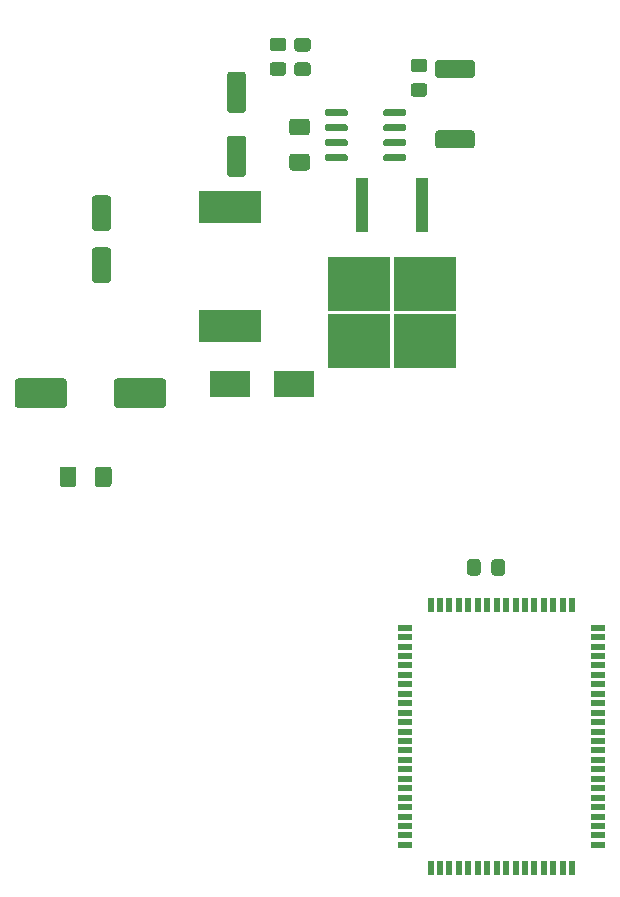
<source format=gbr>
G04 #@! TF.GenerationSoftware,KiCad,Pcbnew,5.1.6-c6e7f7d~86~ubuntu19.10.1*
G04 #@! TF.CreationDate,2020-05-21T12:39:08+02:00*
G04 #@! TF.ProjectId,MicroDroplet,4d696372-6f44-4726-9f70-6c65742e6b69,rev?*
G04 #@! TF.SameCoordinates,Original*
G04 #@! TF.FileFunction,Paste,Bot*
G04 #@! TF.FilePolarity,Positive*
%FSLAX46Y46*%
G04 Gerber Fmt 4.6, Leading zero omitted, Abs format (unit mm)*
G04 Created by KiCad (PCBNEW 5.1.6-c6e7f7d~86~ubuntu19.10.1) date 2020-05-21 12:39:08*
%MOMM*%
%LPD*%
G01*
G04 APERTURE LIST*
%ADD10R,3.500000X2.300000*%
%ADD11R,5.250000X4.550000*%
%ADD12R,1.100000X4.600000*%
%ADD13R,0.500000X1.300000*%
%ADD14R,1.300000X0.500000*%
%ADD15R,5.300000X2.800000*%
G04 APERTURE END LIST*
G36*
G01*
X92352000Y-103167000D02*
X92352000Y-105167000D01*
G75*
G02*
X92102000Y-105417000I-250000J0D01*
G01*
X88202000Y-105417000D01*
G75*
G02*
X87952000Y-105167000I0J250000D01*
G01*
X87952000Y-103167000D01*
G75*
G02*
X88202000Y-102917000I250000J0D01*
G01*
X92102000Y-102917000D01*
G75*
G02*
X92352000Y-103167000I0J-250000D01*
G01*
G37*
G36*
G01*
X100752000Y-103167000D02*
X100752000Y-105167000D01*
G75*
G02*
X100502000Y-105417000I-250000J0D01*
G01*
X96602000Y-105417000D01*
G75*
G02*
X96352000Y-105167000I0J250000D01*
G01*
X96352000Y-103167000D01*
G75*
G02*
X96602000Y-102917000I250000J0D01*
G01*
X100502000Y-102917000D01*
G75*
G02*
X100752000Y-103167000I0J-250000D01*
G01*
G37*
G36*
G01*
X107278000Y-80451000D02*
X106178000Y-80451000D01*
G75*
G02*
X105928000Y-80201000I0J250000D01*
G01*
X105928000Y-77201000D01*
G75*
G02*
X106178000Y-76951000I250000J0D01*
G01*
X107278000Y-76951000D01*
G75*
G02*
X107528000Y-77201000I0J-250000D01*
G01*
X107528000Y-80201000D01*
G75*
G02*
X107278000Y-80451000I-250000J0D01*
G01*
G37*
G36*
G01*
X107278000Y-85851000D02*
X106178000Y-85851000D01*
G75*
G02*
X105928000Y-85601000I0J250000D01*
G01*
X105928000Y-82601000D01*
G75*
G02*
X106178000Y-82351000I250000J0D01*
G01*
X107278000Y-82351000D01*
G75*
G02*
X107528000Y-82601000I0J-250000D01*
G01*
X107528000Y-85601000D01*
G75*
G02*
X107278000Y-85851000I-250000J0D01*
G01*
G37*
G36*
G01*
X112766001Y-75251000D02*
X111865999Y-75251000D01*
G75*
G02*
X111616000Y-75001001I0J249999D01*
G01*
X111616000Y-74350999D01*
G75*
G02*
X111865999Y-74101000I249999J0D01*
G01*
X112766001Y-74101000D01*
G75*
G02*
X113016000Y-74350999I0J-249999D01*
G01*
X113016000Y-75001001D01*
G75*
G02*
X112766001Y-75251000I-249999J0D01*
G01*
G37*
G36*
G01*
X112766001Y-77301000D02*
X111865999Y-77301000D01*
G75*
G02*
X111616000Y-77051001I0J249999D01*
G01*
X111616000Y-76400999D01*
G75*
G02*
X111865999Y-76151000I249999J0D01*
G01*
X112766001Y-76151000D01*
G75*
G02*
X113016000Y-76400999I0J-249999D01*
G01*
X113016000Y-77051001D01*
G75*
G02*
X112766001Y-77301000I-249999J0D01*
G01*
G37*
D10*
X111572000Y-103378000D03*
X106172000Y-103378000D03*
D11*
X122663000Y-94930000D03*
X117113000Y-99780000D03*
X117113000Y-94930000D03*
X122663000Y-99780000D03*
D12*
X122428000Y-88205000D03*
X117348000Y-88205000D03*
G36*
G01*
X119150000Y-84378000D02*
X119150000Y-84078000D01*
G75*
G02*
X119300000Y-83928000I150000J0D01*
G01*
X120950000Y-83928000D01*
G75*
G02*
X121100000Y-84078000I0J-150000D01*
G01*
X121100000Y-84378000D01*
G75*
G02*
X120950000Y-84528000I-150000J0D01*
G01*
X119300000Y-84528000D01*
G75*
G02*
X119150000Y-84378000I0J150000D01*
G01*
G37*
G36*
G01*
X119150000Y-83108000D02*
X119150000Y-82808000D01*
G75*
G02*
X119300000Y-82658000I150000J0D01*
G01*
X120950000Y-82658000D01*
G75*
G02*
X121100000Y-82808000I0J-150000D01*
G01*
X121100000Y-83108000D01*
G75*
G02*
X120950000Y-83258000I-150000J0D01*
G01*
X119300000Y-83258000D01*
G75*
G02*
X119150000Y-83108000I0J150000D01*
G01*
G37*
G36*
G01*
X119150000Y-81838000D02*
X119150000Y-81538000D01*
G75*
G02*
X119300000Y-81388000I150000J0D01*
G01*
X120950000Y-81388000D01*
G75*
G02*
X121100000Y-81538000I0J-150000D01*
G01*
X121100000Y-81838000D01*
G75*
G02*
X120950000Y-81988000I-150000J0D01*
G01*
X119300000Y-81988000D01*
G75*
G02*
X119150000Y-81838000I0J150000D01*
G01*
G37*
G36*
G01*
X119150000Y-80568000D02*
X119150000Y-80268000D01*
G75*
G02*
X119300000Y-80118000I150000J0D01*
G01*
X120950000Y-80118000D01*
G75*
G02*
X121100000Y-80268000I0J-150000D01*
G01*
X121100000Y-80568000D01*
G75*
G02*
X120950000Y-80718000I-150000J0D01*
G01*
X119300000Y-80718000D01*
G75*
G02*
X119150000Y-80568000I0J150000D01*
G01*
G37*
G36*
G01*
X114200000Y-80568000D02*
X114200000Y-80268000D01*
G75*
G02*
X114350000Y-80118000I150000J0D01*
G01*
X116000000Y-80118000D01*
G75*
G02*
X116150000Y-80268000I0J-150000D01*
G01*
X116150000Y-80568000D01*
G75*
G02*
X116000000Y-80718000I-150000J0D01*
G01*
X114350000Y-80718000D01*
G75*
G02*
X114200000Y-80568000I0J150000D01*
G01*
G37*
G36*
G01*
X114200000Y-81838000D02*
X114200000Y-81538000D01*
G75*
G02*
X114350000Y-81388000I150000J0D01*
G01*
X116000000Y-81388000D01*
G75*
G02*
X116150000Y-81538000I0J-150000D01*
G01*
X116150000Y-81838000D01*
G75*
G02*
X116000000Y-81988000I-150000J0D01*
G01*
X114350000Y-81988000D01*
G75*
G02*
X114200000Y-81838000I0J150000D01*
G01*
G37*
G36*
G01*
X114200000Y-83108000D02*
X114200000Y-82808000D01*
G75*
G02*
X114350000Y-82658000I150000J0D01*
G01*
X116000000Y-82658000D01*
G75*
G02*
X116150000Y-82808000I0J-150000D01*
G01*
X116150000Y-83108000D01*
G75*
G02*
X116000000Y-83258000I-150000J0D01*
G01*
X114350000Y-83258000D01*
G75*
G02*
X114200000Y-83108000I0J150000D01*
G01*
G37*
G36*
G01*
X114200000Y-84378000D02*
X114200000Y-84078000D01*
G75*
G02*
X114350000Y-83928000I150000J0D01*
G01*
X116000000Y-83928000D01*
G75*
G02*
X116150000Y-84078000I0J-150000D01*
G01*
X116150000Y-84378000D01*
G75*
G02*
X116000000Y-84528000I-150000J0D01*
G01*
X114350000Y-84528000D01*
G75*
G02*
X114200000Y-84378000I0J150000D01*
G01*
G37*
G36*
G01*
X94748000Y-91827000D02*
X95848000Y-91827000D01*
G75*
G02*
X96098000Y-92077000I0J-250000D01*
G01*
X96098000Y-94577000D01*
G75*
G02*
X95848000Y-94827000I-250000J0D01*
G01*
X94748000Y-94827000D01*
G75*
G02*
X94498000Y-94577000I0J250000D01*
G01*
X94498000Y-92077000D01*
G75*
G02*
X94748000Y-91827000I250000J0D01*
G01*
G37*
G36*
G01*
X94748000Y-87427000D02*
X95848000Y-87427000D01*
G75*
G02*
X96098000Y-87677000I0J-250000D01*
G01*
X96098000Y-90177000D01*
G75*
G02*
X95848000Y-90427000I-250000J0D01*
G01*
X94748000Y-90427000D01*
G75*
G02*
X94498000Y-90177000I0J250000D01*
G01*
X94498000Y-87677000D01*
G75*
G02*
X94748000Y-87427000I250000J0D01*
G01*
G37*
D13*
X123154000Y-144363000D03*
X123954000Y-144363000D03*
X124754000Y-144363000D03*
X125554000Y-144363000D03*
X126354000Y-144363000D03*
X127154000Y-144363000D03*
X127954000Y-144363000D03*
X128754000Y-144363000D03*
X129554000Y-144363000D03*
X130354000Y-144363000D03*
X131154000Y-144363000D03*
X131954000Y-144363000D03*
X132754000Y-144363000D03*
X133554000Y-144363000D03*
X134354000Y-144363000D03*
X135154000Y-144363000D03*
D14*
X137304000Y-142413000D03*
X137304000Y-141613000D03*
X137304000Y-140813000D03*
X137304000Y-140013000D03*
X137304000Y-139213000D03*
X137304000Y-138413000D03*
X137304000Y-137613000D03*
X137304000Y-136813000D03*
X137304000Y-136013000D03*
X137304000Y-135213000D03*
X137304000Y-134413000D03*
X137304000Y-133613000D03*
X137304000Y-132813000D03*
X137304000Y-132013000D03*
X137304000Y-131213000D03*
X137304000Y-130413000D03*
X137304000Y-129613000D03*
X137304000Y-128813000D03*
X137304000Y-128013000D03*
X137304000Y-127213000D03*
X137304000Y-126413000D03*
X137304000Y-125613000D03*
X137304000Y-124813000D03*
X137304000Y-124013000D03*
D13*
X135154000Y-122063000D03*
X134354000Y-122063000D03*
X133554000Y-122063000D03*
X132754000Y-122063000D03*
X131954000Y-122063000D03*
X131154000Y-122063000D03*
X130354000Y-122063000D03*
X129554000Y-122063000D03*
X128754000Y-122063000D03*
X127954000Y-122063000D03*
X127154000Y-122063000D03*
X126354000Y-122063000D03*
X125554000Y-122063000D03*
X124754000Y-122063000D03*
X123954000Y-122063000D03*
X123154000Y-122063000D03*
D14*
X121004000Y-124013000D03*
X121004000Y-124813000D03*
X121004000Y-125613000D03*
X121004000Y-126413000D03*
X121004000Y-127213000D03*
X121004000Y-128013000D03*
X121004000Y-128813000D03*
X121004000Y-129613000D03*
X121004000Y-130413000D03*
X121004000Y-131213000D03*
X121004000Y-132013000D03*
X121004000Y-132813000D03*
X121004000Y-133613000D03*
X121004000Y-134413000D03*
X121004000Y-135213000D03*
X121004000Y-136013000D03*
X121004000Y-136813000D03*
X121004000Y-137613000D03*
X121004000Y-138413000D03*
X121004000Y-139213000D03*
X121004000Y-140013000D03*
X121004000Y-140813000D03*
X121004000Y-141613000D03*
X121004000Y-142413000D03*
G36*
G01*
X126647001Y-83445500D02*
X123796999Y-83445500D01*
G75*
G02*
X123547000Y-83195501I0J249999D01*
G01*
X123547000Y-82170499D01*
G75*
G02*
X123796999Y-81920500I249999J0D01*
G01*
X126647001Y-81920500D01*
G75*
G02*
X126897000Y-82170499I0J-249999D01*
G01*
X126897000Y-83195501D01*
G75*
G02*
X126647001Y-83445500I-249999J0D01*
G01*
G37*
G36*
G01*
X126647001Y-77470500D02*
X123796999Y-77470500D01*
G75*
G02*
X123547000Y-77220501I0J249999D01*
G01*
X123547000Y-76195499D01*
G75*
G02*
X123796999Y-75945500I249999J0D01*
G01*
X126647001Y-75945500D01*
G75*
G02*
X126897000Y-76195499I0J-249999D01*
G01*
X126897000Y-77220501D01*
G75*
G02*
X126647001Y-77470500I-249999J0D01*
G01*
G37*
G36*
G01*
X112687000Y-82346500D02*
X111437000Y-82346500D01*
G75*
G02*
X111187000Y-82096500I0J250000D01*
G01*
X111187000Y-81171500D01*
G75*
G02*
X111437000Y-80921500I250000J0D01*
G01*
X112687000Y-80921500D01*
G75*
G02*
X112937000Y-81171500I0J-250000D01*
G01*
X112937000Y-82096500D01*
G75*
G02*
X112687000Y-82346500I-250000J0D01*
G01*
G37*
G36*
G01*
X112687000Y-85321500D02*
X111437000Y-85321500D01*
G75*
G02*
X111187000Y-85071500I0J250000D01*
G01*
X111187000Y-84146500D01*
G75*
G02*
X111437000Y-83896500I250000J0D01*
G01*
X112687000Y-83896500D01*
G75*
G02*
X112937000Y-84146500I0J-250000D01*
G01*
X112937000Y-85071500D01*
G75*
G02*
X112687000Y-85321500I-250000J0D01*
G01*
G37*
D15*
X106172000Y-88392000D03*
X106172000Y-98492000D03*
G36*
G01*
X93168500Y-110627000D02*
X93168500Y-111877000D01*
G75*
G02*
X92918500Y-112127000I-250000J0D01*
G01*
X91993500Y-112127000D01*
G75*
G02*
X91743500Y-111877000I0J250000D01*
G01*
X91743500Y-110627000D01*
G75*
G02*
X91993500Y-110377000I250000J0D01*
G01*
X92918500Y-110377000D01*
G75*
G02*
X93168500Y-110627000I0J-250000D01*
G01*
G37*
G36*
G01*
X96143500Y-110627000D02*
X96143500Y-111877000D01*
G75*
G02*
X95893500Y-112127000I-250000J0D01*
G01*
X94968500Y-112127000D01*
G75*
G02*
X94718500Y-111877000I0J250000D01*
G01*
X94718500Y-110627000D01*
G75*
G02*
X94968500Y-110377000I250000J0D01*
G01*
X95893500Y-110377000D01*
G75*
G02*
X96143500Y-110627000I0J-250000D01*
G01*
G37*
G36*
G01*
X122624001Y-77011000D02*
X121723999Y-77011000D01*
G75*
G02*
X121474000Y-76761001I0J249999D01*
G01*
X121474000Y-76110999D01*
G75*
G02*
X121723999Y-75861000I249999J0D01*
G01*
X122624001Y-75861000D01*
G75*
G02*
X122874000Y-76110999I0J-249999D01*
G01*
X122874000Y-76761001D01*
G75*
G02*
X122624001Y-77011000I-249999J0D01*
G01*
G37*
G36*
G01*
X122624001Y-79061000D02*
X121723999Y-79061000D01*
G75*
G02*
X121474000Y-78811001I0J249999D01*
G01*
X121474000Y-78160999D01*
G75*
G02*
X121723999Y-77911000I249999J0D01*
G01*
X122624001Y-77911000D01*
G75*
G02*
X122874000Y-78160999I0J-249999D01*
G01*
X122874000Y-78811001D01*
G75*
G02*
X122624001Y-79061000I-249999J0D01*
G01*
G37*
G36*
G01*
X110686001Y-75233000D02*
X109785999Y-75233000D01*
G75*
G02*
X109536000Y-74983001I0J249999D01*
G01*
X109536000Y-74332999D01*
G75*
G02*
X109785999Y-74083000I249999J0D01*
G01*
X110686001Y-74083000D01*
G75*
G02*
X110936000Y-74332999I0J-249999D01*
G01*
X110936000Y-74983001D01*
G75*
G02*
X110686001Y-75233000I-249999J0D01*
G01*
G37*
G36*
G01*
X110686001Y-77283000D02*
X109785999Y-77283000D01*
G75*
G02*
X109536000Y-77033001I0J249999D01*
G01*
X109536000Y-76382999D01*
G75*
G02*
X109785999Y-76133000I249999J0D01*
G01*
X110686001Y-76133000D01*
G75*
G02*
X110936000Y-76382999I0J-249999D01*
G01*
X110936000Y-77033001D01*
G75*
G02*
X110686001Y-77283000I-249999J0D01*
G01*
G37*
G36*
G01*
X128303000Y-119370001D02*
X128303000Y-118469999D01*
G75*
G02*
X128552999Y-118220000I249999J0D01*
G01*
X129203001Y-118220000D01*
G75*
G02*
X129453000Y-118469999I0J-249999D01*
G01*
X129453000Y-119370001D01*
G75*
G02*
X129203001Y-119620000I-249999J0D01*
G01*
X128552999Y-119620000D01*
G75*
G02*
X128303000Y-119370001I0J249999D01*
G01*
G37*
G36*
G01*
X126253000Y-119370001D02*
X126253000Y-118469999D01*
G75*
G02*
X126502999Y-118220000I249999J0D01*
G01*
X127153001Y-118220000D01*
G75*
G02*
X127403000Y-118469999I0J-249999D01*
G01*
X127403000Y-119370001D01*
G75*
G02*
X127153001Y-119620000I-249999J0D01*
G01*
X126502999Y-119620000D01*
G75*
G02*
X126253000Y-119370001I0J249999D01*
G01*
G37*
M02*

</source>
